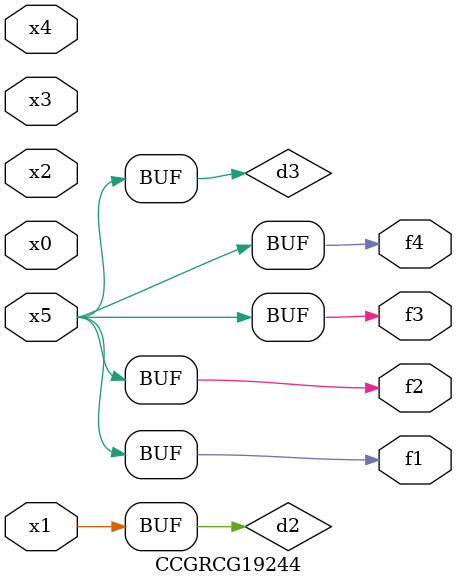
<source format=v>
module CCGRCG19244(
	input x0, x1, x2, x3, x4, x5,
	output f1, f2, f3, f4
);

	wire d1, d2, d3;

	not (d1, x5);
	or (d2, x1);
	xnor (d3, d1);
	assign f1 = d3;
	assign f2 = d3;
	assign f3 = d3;
	assign f4 = d3;
endmodule

</source>
